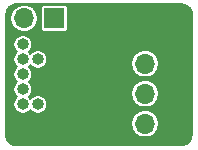
<source format=gbr>
G04 #@! TF.GenerationSoftware,KiCad,Pcbnew,(5.0.2-5-10.14)*
G04 #@! TF.CreationDate,2019-03-07T11:44:03+01:00*
G04 #@! TF.ProjectId,jtag-swd,6a746167-2d73-4776-942e-6b696361645f,rev?*
G04 #@! TF.SameCoordinates,Original*
G04 #@! TF.FileFunction,Copper,L2,Bot*
G04 #@! TF.FilePolarity,Positive*
%FSLAX46Y46*%
G04 Gerber Fmt 4.6, Leading zero omitted, Abs format (unit mm)*
G04 Created by KiCad (PCBNEW (5.0.2-5-10.14)) date 2019 March 07, Thursday 11:44:03*
%MOMM*%
%LPD*%
G01*
G04 APERTURE LIST*
G04 #@! TA.AperFunction,ComponentPad*
%ADD10R,1.700000X1.700000*%
G04 #@! TD*
G04 #@! TA.AperFunction,ComponentPad*
%ADD11O,1.700000X1.700000*%
G04 #@! TD*
G04 #@! TA.AperFunction,ComponentPad*
%ADD12R,1.000000X1.000000*%
G04 #@! TD*
G04 #@! TA.AperFunction,ComponentPad*
%ADD13O,1.000000X1.000000*%
G04 #@! TD*
G04 #@! TA.AperFunction,Conductor*
%ADD14C,0.200000*%
G04 #@! TD*
G04 APERTURE END LIST*
D10*
G04 #@! TO.P,J2,1*
G04 #@! TO.N,GND*
X85200000Y-44700000D03*
D11*
G04 #@! TO.P,J2,2*
G04 #@! TO.N,/SWCLK*
X85200000Y-47240000D03*
G04 #@! TO.P,J2,3*
G04 #@! TO.N,/SWDIO*
X85200000Y-49780000D03*
G04 #@! TO.P,J2,4*
G04 #@! TO.N,+3V3*
X85200000Y-52320000D03*
G04 #@! TD*
D12*
G04 #@! TO.P,J1,9*
G04 #@! TO.N,GND*
X76100000Y-45600000D03*
D13*
G04 #@! TO.P,J1,10*
G04 #@! TO.N,/RESET*
X74830000Y-45600000D03*
G04 #@! TO.P,J1,7*
G04 #@! TO.N,N/C*
X76100000Y-46870000D03*
G04 #@! TO.P,J1,8*
X74830000Y-46870000D03*
G04 #@! TO.P,J1,5*
G04 #@! TO.N,GND*
X76100000Y-48140000D03*
G04 #@! TO.P,J1,6*
G04 #@! TO.N,/SWO*
X74830000Y-48140000D03*
G04 #@! TO.P,J1,3*
G04 #@! TO.N,GND*
X76100000Y-49410000D03*
G04 #@! TO.P,J1,4*
G04 #@! TO.N,/SWCLK*
X74830000Y-49410000D03*
G04 #@! TO.P,J1,1*
G04 #@! TO.N,+3V3*
X76100000Y-50680000D03*
G04 #@! TO.P,J1,2*
G04 #@! TO.N,/SWDIO*
X74830000Y-50680000D03*
G04 #@! TD*
D10*
G04 #@! TO.P,J3,1*
G04 #@! TO.N,/RESET*
X77500000Y-43400000D03*
D11*
G04 #@! TO.P,J3,2*
G04 #@! TO.N,/SWO*
X74960000Y-43400000D03*
G04 #@! TD*
D14*
G04 #@! TO.N,GND*
G36*
X88574129Y-42244411D02*
X88841574Y-42398821D01*
X89040083Y-42635394D01*
X89151436Y-42941334D01*
X89165001Y-43096384D01*
X89165000Y-53207191D01*
X89105589Y-53544130D01*
X88951178Y-53811576D01*
X88714607Y-54010082D01*
X88408666Y-54121436D01*
X88253628Y-54135000D01*
X74332809Y-54135000D01*
X73995870Y-54075589D01*
X73728424Y-53921178D01*
X73529918Y-53684607D01*
X73418564Y-53378666D01*
X73405000Y-53223628D01*
X73405000Y-52320000D01*
X84027471Y-52320000D01*
X84116724Y-52768707D01*
X84370897Y-53149103D01*
X84751293Y-53403276D01*
X85086739Y-53470000D01*
X85313261Y-53470000D01*
X85648707Y-53403276D01*
X86029103Y-53149103D01*
X86283276Y-52768707D01*
X86372529Y-52320000D01*
X86283276Y-51871293D01*
X86029103Y-51490897D01*
X85648707Y-51236724D01*
X85313261Y-51170000D01*
X85086739Y-51170000D01*
X84751293Y-51236724D01*
X84370897Y-51490897D01*
X84116724Y-51871293D01*
X84027471Y-52320000D01*
X73405000Y-52320000D01*
X73405000Y-45600000D01*
X74014328Y-45600000D01*
X74076417Y-45912144D01*
X74253233Y-46176767D01*
X74340385Y-46235000D01*
X74253233Y-46293233D01*
X74076417Y-46557856D01*
X74014328Y-46870000D01*
X74076417Y-47182144D01*
X74253233Y-47446767D01*
X74340385Y-47505000D01*
X74253233Y-47563233D01*
X74076417Y-47827856D01*
X74014328Y-48140000D01*
X74076417Y-48452144D01*
X74253233Y-48716767D01*
X74340385Y-48775000D01*
X74253233Y-48833233D01*
X74076417Y-49097856D01*
X74014328Y-49410000D01*
X74076417Y-49722144D01*
X74253233Y-49986767D01*
X74340385Y-50045000D01*
X74253233Y-50103233D01*
X74076417Y-50367856D01*
X74014328Y-50680000D01*
X74076417Y-50992144D01*
X74253233Y-51256767D01*
X74517856Y-51433583D01*
X74751211Y-51480000D01*
X74908789Y-51480000D01*
X75142144Y-51433583D01*
X75406767Y-51256767D01*
X75465000Y-51169615D01*
X75523233Y-51256767D01*
X75787856Y-51433583D01*
X76021211Y-51480000D01*
X76178789Y-51480000D01*
X76412144Y-51433583D01*
X76676767Y-51256767D01*
X76853583Y-50992144D01*
X76915672Y-50680000D01*
X76853583Y-50367856D01*
X76676767Y-50103233D01*
X76412144Y-49926417D01*
X76178789Y-49880000D01*
X76021211Y-49880000D01*
X75787856Y-49926417D01*
X75523233Y-50103233D01*
X75465000Y-50190385D01*
X75406767Y-50103233D01*
X75319615Y-50045000D01*
X75406767Y-49986767D01*
X75544924Y-49780000D01*
X84027471Y-49780000D01*
X84116724Y-50228707D01*
X84370897Y-50609103D01*
X84751293Y-50863276D01*
X85086739Y-50930000D01*
X85313261Y-50930000D01*
X85648707Y-50863276D01*
X86029103Y-50609103D01*
X86283276Y-50228707D01*
X86372529Y-49780000D01*
X86283276Y-49331293D01*
X86029103Y-48950897D01*
X85648707Y-48696724D01*
X85313261Y-48630000D01*
X85086739Y-48630000D01*
X84751293Y-48696724D01*
X84370897Y-48950897D01*
X84116724Y-49331293D01*
X84027471Y-49780000D01*
X75544924Y-49780000D01*
X75583583Y-49722144D01*
X75645672Y-49410000D01*
X75583583Y-49097856D01*
X75406767Y-48833233D01*
X75319615Y-48775000D01*
X75406767Y-48716767D01*
X75583583Y-48452144D01*
X75645672Y-48140000D01*
X75583583Y-47827856D01*
X75406767Y-47563233D01*
X75319615Y-47505000D01*
X75406767Y-47446767D01*
X75465000Y-47359615D01*
X75523233Y-47446767D01*
X75787856Y-47623583D01*
X76021211Y-47670000D01*
X76178789Y-47670000D01*
X76412144Y-47623583D01*
X76676767Y-47446767D01*
X76814924Y-47240000D01*
X84027471Y-47240000D01*
X84116724Y-47688707D01*
X84370897Y-48069103D01*
X84751293Y-48323276D01*
X85086739Y-48390000D01*
X85313261Y-48390000D01*
X85648707Y-48323276D01*
X86029103Y-48069103D01*
X86283276Y-47688707D01*
X86372529Y-47240000D01*
X86283276Y-46791293D01*
X86029103Y-46410897D01*
X85648707Y-46156724D01*
X85313261Y-46090000D01*
X85086739Y-46090000D01*
X84751293Y-46156724D01*
X84370897Y-46410897D01*
X84116724Y-46791293D01*
X84027471Y-47240000D01*
X76814924Y-47240000D01*
X76853583Y-47182144D01*
X76915672Y-46870000D01*
X76853583Y-46557856D01*
X76676767Y-46293233D01*
X76412144Y-46116417D01*
X76178789Y-46070000D01*
X76021211Y-46070000D01*
X75787856Y-46116417D01*
X75523233Y-46293233D01*
X75465000Y-46380385D01*
X75406767Y-46293233D01*
X75319615Y-46235000D01*
X75406767Y-46176767D01*
X75583583Y-45912144D01*
X75645672Y-45600000D01*
X75583583Y-45287856D01*
X75406767Y-45023233D01*
X75142144Y-44846417D01*
X74908789Y-44800000D01*
X74751211Y-44800000D01*
X74517856Y-44846417D01*
X74253233Y-45023233D01*
X74076417Y-45287856D01*
X74014328Y-45600000D01*
X73405000Y-45600000D01*
X73405000Y-43400000D01*
X73787471Y-43400000D01*
X73876724Y-43848707D01*
X74130897Y-44229103D01*
X74511293Y-44483276D01*
X74846739Y-44550000D01*
X75073261Y-44550000D01*
X75408707Y-44483276D01*
X75789103Y-44229103D01*
X76043276Y-43848707D01*
X76132529Y-43400000D01*
X76043276Y-42951293D01*
X75789103Y-42570897D01*
X75757829Y-42550000D01*
X76344123Y-42550000D01*
X76344123Y-44250000D01*
X76367407Y-44367054D01*
X76433712Y-44466288D01*
X76532946Y-44532593D01*
X76650000Y-44555877D01*
X78350000Y-44555877D01*
X78467054Y-44532593D01*
X78566288Y-44466288D01*
X78632593Y-44367054D01*
X78655877Y-44250000D01*
X78655877Y-42550000D01*
X78632593Y-42432946D01*
X78566288Y-42333712D01*
X78467054Y-42267407D01*
X78350000Y-42244123D01*
X76650000Y-42244123D01*
X76532946Y-42267407D01*
X76433712Y-42333712D01*
X76367407Y-42432946D01*
X76344123Y-42550000D01*
X75757829Y-42550000D01*
X75408707Y-42316724D01*
X75073261Y-42250000D01*
X74846739Y-42250000D01*
X74511293Y-42316724D01*
X74130897Y-42570897D01*
X73876724Y-42951293D01*
X73787471Y-43400000D01*
X73405000Y-43400000D01*
X73405000Y-43112808D01*
X73464411Y-42775871D01*
X73618821Y-42508426D01*
X73855394Y-42309917D01*
X74161334Y-42198564D01*
X74316372Y-42185000D01*
X88237192Y-42185000D01*
X88574129Y-42244411D01*
X88574129Y-42244411D01*
G37*
X88574129Y-42244411D02*
X88841574Y-42398821D01*
X89040083Y-42635394D01*
X89151436Y-42941334D01*
X89165001Y-43096384D01*
X89165000Y-53207191D01*
X89105589Y-53544130D01*
X88951178Y-53811576D01*
X88714607Y-54010082D01*
X88408666Y-54121436D01*
X88253628Y-54135000D01*
X74332809Y-54135000D01*
X73995870Y-54075589D01*
X73728424Y-53921178D01*
X73529918Y-53684607D01*
X73418564Y-53378666D01*
X73405000Y-53223628D01*
X73405000Y-52320000D01*
X84027471Y-52320000D01*
X84116724Y-52768707D01*
X84370897Y-53149103D01*
X84751293Y-53403276D01*
X85086739Y-53470000D01*
X85313261Y-53470000D01*
X85648707Y-53403276D01*
X86029103Y-53149103D01*
X86283276Y-52768707D01*
X86372529Y-52320000D01*
X86283276Y-51871293D01*
X86029103Y-51490897D01*
X85648707Y-51236724D01*
X85313261Y-51170000D01*
X85086739Y-51170000D01*
X84751293Y-51236724D01*
X84370897Y-51490897D01*
X84116724Y-51871293D01*
X84027471Y-52320000D01*
X73405000Y-52320000D01*
X73405000Y-45600000D01*
X74014328Y-45600000D01*
X74076417Y-45912144D01*
X74253233Y-46176767D01*
X74340385Y-46235000D01*
X74253233Y-46293233D01*
X74076417Y-46557856D01*
X74014328Y-46870000D01*
X74076417Y-47182144D01*
X74253233Y-47446767D01*
X74340385Y-47505000D01*
X74253233Y-47563233D01*
X74076417Y-47827856D01*
X74014328Y-48140000D01*
X74076417Y-48452144D01*
X74253233Y-48716767D01*
X74340385Y-48775000D01*
X74253233Y-48833233D01*
X74076417Y-49097856D01*
X74014328Y-49410000D01*
X74076417Y-49722144D01*
X74253233Y-49986767D01*
X74340385Y-50045000D01*
X74253233Y-50103233D01*
X74076417Y-50367856D01*
X74014328Y-50680000D01*
X74076417Y-50992144D01*
X74253233Y-51256767D01*
X74517856Y-51433583D01*
X74751211Y-51480000D01*
X74908789Y-51480000D01*
X75142144Y-51433583D01*
X75406767Y-51256767D01*
X75465000Y-51169615D01*
X75523233Y-51256767D01*
X75787856Y-51433583D01*
X76021211Y-51480000D01*
X76178789Y-51480000D01*
X76412144Y-51433583D01*
X76676767Y-51256767D01*
X76853583Y-50992144D01*
X76915672Y-50680000D01*
X76853583Y-50367856D01*
X76676767Y-50103233D01*
X76412144Y-49926417D01*
X76178789Y-49880000D01*
X76021211Y-49880000D01*
X75787856Y-49926417D01*
X75523233Y-50103233D01*
X75465000Y-50190385D01*
X75406767Y-50103233D01*
X75319615Y-50045000D01*
X75406767Y-49986767D01*
X75544924Y-49780000D01*
X84027471Y-49780000D01*
X84116724Y-50228707D01*
X84370897Y-50609103D01*
X84751293Y-50863276D01*
X85086739Y-50930000D01*
X85313261Y-50930000D01*
X85648707Y-50863276D01*
X86029103Y-50609103D01*
X86283276Y-50228707D01*
X86372529Y-49780000D01*
X86283276Y-49331293D01*
X86029103Y-48950897D01*
X85648707Y-48696724D01*
X85313261Y-48630000D01*
X85086739Y-48630000D01*
X84751293Y-48696724D01*
X84370897Y-48950897D01*
X84116724Y-49331293D01*
X84027471Y-49780000D01*
X75544924Y-49780000D01*
X75583583Y-49722144D01*
X75645672Y-49410000D01*
X75583583Y-49097856D01*
X75406767Y-48833233D01*
X75319615Y-48775000D01*
X75406767Y-48716767D01*
X75583583Y-48452144D01*
X75645672Y-48140000D01*
X75583583Y-47827856D01*
X75406767Y-47563233D01*
X75319615Y-47505000D01*
X75406767Y-47446767D01*
X75465000Y-47359615D01*
X75523233Y-47446767D01*
X75787856Y-47623583D01*
X76021211Y-47670000D01*
X76178789Y-47670000D01*
X76412144Y-47623583D01*
X76676767Y-47446767D01*
X76814924Y-47240000D01*
X84027471Y-47240000D01*
X84116724Y-47688707D01*
X84370897Y-48069103D01*
X84751293Y-48323276D01*
X85086739Y-48390000D01*
X85313261Y-48390000D01*
X85648707Y-48323276D01*
X86029103Y-48069103D01*
X86283276Y-47688707D01*
X86372529Y-47240000D01*
X86283276Y-46791293D01*
X86029103Y-46410897D01*
X85648707Y-46156724D01*
X85313261Y-46090000D01*
X85086739Y-46090000D01*
X84751293Y-46156724D01*
X84370897Y-46410897D01*
X84116724Y-46791293D01*
X84027471Y-47240000D01*
X76814924Y-47240000D01*
X76853583Y-47182144D01*
X76915672Y-46870000D01*
X76853583Y-46557856D01*
X76676767Y-46293233D01*
X76412144Y-46116417D01*
X76178789Y-46070000D01*
X76021211Y-46070000D01*
X75787856Y-46116417D01*
X75523233Y-46293233D01*
X75465000Y-46380385D01*
X75406767Y-46293233D01*
X75319615Y-46235000D01*
X75406767Y-46176767D01*
X75583583Y-45912144D01*
X75645672Y-45600000D01*
X75583583Y-45287856D01*
X75406767Y-45023233D01*
X75142144Y-44846417D01*
X74908789Y-44800000D01*
X74751211Y-44800000D01*
X74517856Y-44846417D01*
X74253233Y-45023233D01*
X74076417Y-45287856D01*
X74014328Y-45600000D01*
X73405000Y-45600000D01*
X73405000Y-43400000D01*
X73787471Y-43400000D01*
X73876724Y-43848707D01*
X74130897Y-44229103D01*
X74511293Y-44483276D01*
X74846739Y-44550000D01*
X75073261Y-44550000D01*
X75408707Y-44483276D01*
X75789103Y-44229103D01*
X76043276Y-43848707D01*
X76132529Y-43400000D01*
X76043276Y-42951293D01*
X75789103Y-42570897D01*
X75757829Y-42550000D01*
X76344123Y-42550000D01*
X76344123Y-44250000D01*
X76367407Y-44367054D01*
X76433712Y-44466288D01*
X76532946Y-44532593D01*
X76650000Y-44555877D01*
X78350000Y-44555877D01*
X78467054Y-44532593D01*
X78566288Y-44466288D01*
X78632593Y-44367054D01*
X78655877Y-44250000D01*
X78655877Y-42550000D01*
X78632593Y-42432946D01*
X78566288Y-42333712D01*
X78467054Y-42267407D01*
X78350000Y-42244123D01*
X76650000Y-42244123D01*
X76532946Y-42267407D01*
X76433712Y-42333712D01*
X76367407Y-42432946D01*
X76344123Y-42550000D01*
X75757829Y-42550000D01*
X75408707Y-42316724D01*
X75073261Y-42250000D01*
X74846739Y-42250000D01*
X74511293Y-42316724D01*
X74130897Y-42570897D01*
X73876724Y-42951293D01*
X73787471Y-43400000D01*
X73405000Y-43400000D01*
X73405000Y-43112808D01*
X73464411Y-42775871D01*
X73618821Y-42508426D01*
X73855394Y-42309917D01*
X74161334Y-42198564D01*
X74316372Y-42185000D01*
X88237192Y-42185000D01*
X88574129Y-42244411D01*
G04 #@! TD*
M02*

</source>
